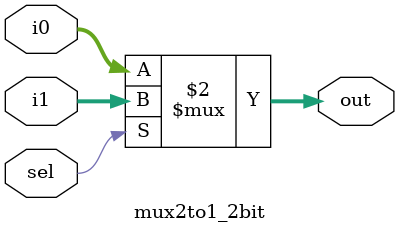
<source format=v>
module mux2to1_2bit(i0, i1, sel, out);
	input[1:0] i0, i1;
	input sel;
	output [1:0]out;
	assign out = (sel==0) ? i0 : i1;
endmodule

</source>
